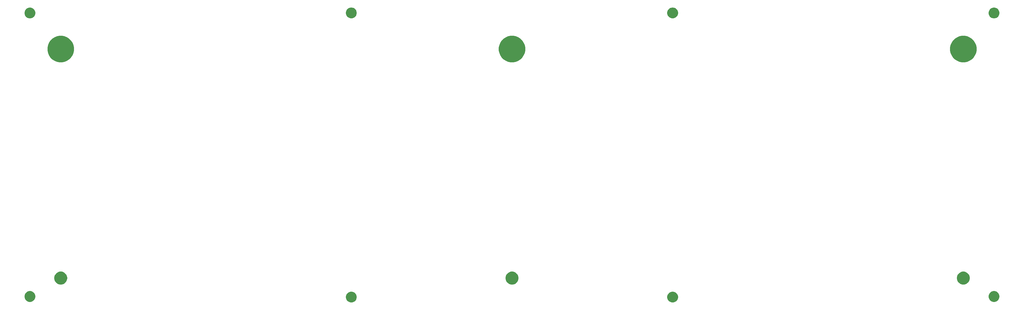
<source format=gbr>
%TF.GenerationSoftware,KiCad,Pcbnew,(5.1.6-0-10_14)*%
%TF.CreationDate,2021-09-05T18:40:08-05:00*%
%TF.ProjectId,EVO70_FR4_base,45564f37-305f-4465-9234-5f626173652e,rev?*%
%TF.SameCoordinates,Original*%
%TF.FileFunction,Soldermask,Top*%
%TF.FilePolarity,Negative*%
%FSLAX46Y46*%
G04 Gerber Fmt 4.6, Leading zero omitted, Abs format (unit mm)*
G04 Created by KiCad (PCBNEW (5.1.6-0-10_14)) date 2021-09-05 18:40:08*
%MOMM*%
%LPD*%
G01*
G04 APERTURE LIST*
%ADD10C,0.100000*%
G04 APERTURE END LIST*
D10*
G36*
X281201709Y-206226859D02*
G01*
X281565686Y-206377623D01*
X281893253Y-206596496D01*
X282171834Y-206875077D01*
X282390707Y-207202644D01*
X282541471Y-207566621D01*
X282618330Y-207953017D01*
X282618330Y-208346983D01*
X282541471Y-208733379D01*
X282390707Y-209097356D01*
X282171834Y-209424923D01*
X281893253Y-209703504D01*
X281565686Y-209922377D01*
X281201709Y-210073141D01*
X280815313Y-210150000D01*
X280421347Y-210150000D01*
X280034951Y-210073141D01*
X279670974Y-209922377D01*
X279343407Y-209703504D01*
X279064826Y-209424923D01*
X278845953Y-209097356D01*
X278695189Y-208733379D01*
X278618330Y-208346983D01*
X278618330Y-207953017D01*
X278695189Y-207566621D01*
X278845953Y-207202644D01*
X279064826Y-206875077D01*
X279343407Y-206596496D01*
X279670974Y-206377623D01*
X280034951Y-206226859D01*
X280421347Y-206150000D01*
X280815313Y-206150000D01*
X281201709Y-206226859D01*
G37*
G36*
X162805079Y-206226859D02*
G01*
X163169056Y-206377623D01*
X163496623Y-206596496D01*
X163775204Y-206875077D01*
X163994077Y-207202644D01*
X164144841Y-207566621D01*
X164221700Y-207953017D01*
X164221700Y-208346983D01*
X164144841Y-208733379D01*
X163994077Y-209097356D01*
X163775204Y-209424923D01*
X163496623Y-209703504D01*
X163169056Y-209922377D01*
X162805079Y-210073141D01*
X162418683Y-210150000D01*
X162024717Y-210150000D01*
X161638321Y-210073141D01*
X161274344Y-209922377D01*
X160946777Y-209703504D01*
X160668196Y-209424923D01*
X160449323Y-209097356D01*
X160298559Y-208733379D01*
X160221700Y-208346983D01*
X160221700Y-207953017D01*
X160298559Y-207566621D01*
X160449323Y-207202644D01*
X160668196Y-206875077D01*
X160946777Y-206596496D01*
X161274344Y-206377623D01*
X161638321Y-206226859D01*
X162024717Y-206150000D01*
X162418683Y-206150000D01*
X162805079Y-206226859D01*
G37*
G36*
X399598379Y-206016859D02*
G01*
X399962356Y-206167623D01*
X400289923Y-206386496D01*
X400568504Y-206665077D01*
X400787377Y-206992644D01*
X400938141Y-207356621D01*
X401015000Y-207743017D01*
X401015000Y-208136983D01*
X400938141Y-208523379D01*
X400787377Y-208887356D01*
X400568504Y-209214923D01*
X400289923Y-209493504D01*
X399962356Y-209712377D01*
X399598379Y-209863141D01*
X399211983Y-209940000D01*
X398818017Y-209940000D01*
X398431621Y-209863141D01*
X398067644Y-209712377D01*
X397740077Y-209493504D01*
X397461496Y-209214923D01*
X397242623Y-208887356D01*
X397091859Y-208523379D01*
X397015000Y-208136983D01*
X397015000Y-207743017D01*
X397091859Y-207356621D01*
X397242623Y-206992644D01*
X397461496Y-206665077D01*
X397740077Y-206386496D01*
X398067644Y-206167623D01*
X398431621Y-206016859D01*
X398818017Y-205940000D01*
X399211983Y-205940000D01*
X399598379Y-206016859D01*
G37*
G36*
X44408379Y-206016859D02*
G01*
X44772356Y-206167623D01*
X45099923Y-206386496D01*
X45378504Y-206665077D01*
X45597377Y-206992644D01*
X45748141Y-207356621D01*
X45825000Y-207743017D01*
X45825000Y-208136983D01*
X45748141Y-208523379D01*
X45597377Y-208887356D01*
X45378504Y-209214923D01*
X45099923Y-209493504D01*
X44772356Y-209712377D01*
X44408379Y-209863141D01*
X44021983Y-209940000D01*
X43628017Y-209940000D01*
X43241621Y-209863141D01*
X42877644Y-209712377D01*
X42550077Y-209493504D01*
X42271496Y-209214923D01*
X42052623Y-208887356D01*
X41901859Y-208523379D01*
X41825000Y-208136983D01*
X41825000Y-207743017D01*
X41901859Y-207356621D01*
X42052623Y-206992644D01*
X42271496Y-206665077D01*
X42550077Y-206386496D01*
X42877644Y-206167623D01*
X43241621Y-206016859D01*
X43628017Y-205940000D01*
X44021983Y-205940000D01*
X44408379Y-206016859D01*
G37*
G36*
X388405971Y-198829692D02*
G01*
X388840196Y-199009554D01*
X389230984Y-199270670D01*
X389563330Y-199603016D01*
X389824446Y-199993804D01*
X390004308Y-200428029D01*
X390096000Y-200888999D01*
X390096000Y-201359001D01*
X390004308Y-201819971D01*
X389824446Y-202254196D01*
X389563330Y-202644984D01*
X389230984Y-202977330D01*
X388840196Y-203238446D01*
X388405971Y-203418308D01*
X387945001Y-203510000D01*
X387474999Y-203510000D01*
X387014029Y-203418308D01*
X386579804Y-203238446D01*
X386189016Y-202977330D01*
X385856670Y-202644984D01*
X385595554Y-202254196D01*
X385415692Y-201819971D01*
X385324000Y-201359001D01*
X385324000Y-200888999D01*
X385415692Y-200428029D01*
X385595554Y-199993804D01*
X385856670Y-199603016D01*
X386189016Y-199270670D01*
X386579804Y-199009554D01*
X387014029Y-198829692D01*
X387474999Y-198738000D01*
X387945001Y-198738000D01*
X388405971Y-198829692D01*
G37*
G36*
X222139721Y-198829692D02*
G01*
X222573946Y-199009554D01*
X222964734Y-199270670D01*
X223297080Y-199603016D01*
X223558196Y-199993804D01*
X223738058Y-200428029D01*
X223829750Y-200888999D01*
X223829750Y-201359001D01*
X223738058Y-201819971D01*
X223558196Y-202254196D01*
X223297080Y-202644984D01*
X222964734Y-202977330D01*
X222573946Y-203238446D01*
X222139721Y-203418308D01*
X221678751Y-203510000D01*
X221208749Y-203510000D01*
X220747779Y-203418308D01*
X220313554Y-203238446D01*
X219922766Y-202977330D01*
X219590420Y-202644984D01*
X219329304Y-202254196D01*
X219149442Y-201819971D01*
X219057750Y-201359001D01*
X219057750Y-200888999D01*
X219149442Y-200428029D01*
X219329304Y-199993804D01*
X219590420Y-199603016D01*
X219922766Y-199270670D01*
X220313554Y-199009554D01*
X220747779Y-198829692D01*
X221208749Y-198738000D01*
X221678751Y-198738000D01*
X222139721Y-198829692D01*
G37*
G36*
X55873471Y-198829692D02*
G01*
X56307696Y-199009554D01*
X56698484Y-199270670D01*
X57030830Y-199603016D01*
X57291946Y-199993804D01*
X57471808Y-200428029D01*
X57563500Y-200888999D01*
X57563500Y-201359001D01*
X57471808Y-201819971D01*
X57291946Y-202254196D01*
X57030830Y-202644984D01*
X56698484Y-202977330D01*
X56307696Y-203238446D01*
X55873471Y-203418308D01*
X55412501Y-203510000D01*
X54942499Y-203510000D01*
X54481529Y-203418308D01*
X54047304Y-203238446D01*
X53656516Y-202977330D01*
X53324170Y-202644984D01*
X53063054Y-202254196D01*
X52883192Y-201819971D01*
X52791500Y-201359001D01*
X52791500Y-200888999D01*
X52883192Y-200428029D01*
X53063054Y-199993804D01*
X53324170Y-199603016D01*
X53656516Y-199270670D01*
X54047304Y-199009554D01*
X54481529Y-198829692D01*
X54942499Y-198738000D01*
X55412501Y-198738000D01*
X55873471Y-198829692D01*
G37*
G36*
X389139453Y-111778927D02*
G01*
X390031304Y-112148343D01*
X390833950Y-112684655D01*
X391516545Y-113367250D01*
X392052857Y-114169896D01*
X392422273Y-115061747D01*
X392610600Y-116008533D01*
X392610600Y-116973867D01*
X392422273Y-117920653D01*
X392052857Y-118812504D01*
X391516545Y-119615150D01*
X390833950Y-120297745D01*
X390031304Y-120834057D01*
X389139453Y-121203473D01*
X388192667Y-121391800D01*
X387227333Y-121391800D01*
X386280547Y-121203473D01*
X385388696Y-120834057D01*
X384586050Y-120297745D01*
X383903455Y-119615150D01*
X383367143Y-118812504D01*
X382997727Y-117920653D01*
X382809400Y-116973867D01*
X382809400Y-116008533D01*
X382997727Y-115061747D01*
X383367143Y-114169896D01*
X383903455Y-113367250D01*
X384586050Y-112684655D01*
X385388696Y-112148343D01*
X386280547Y-111778927D01*
X387227333Y-111590600D01*
X388192667Y-111590600D01*
X389139453Y-111778927D01*
G37*
G36*
X222873203Y-111778927D02*
G01*
X223765054Y-112148343D01*
X224567700Y-112684655D01*
X225250295Y-113367250D01*
X225786607Y-114169896D01*
X226156023Y-115061747D01*
X226344350Y-116008533D01*
X226344350Y-116973867D01*
X226156023Y-117920653D01*
X225786607Y-118812504D01*
X225250295Y-119615150D01*
X224567700Y-120297745D01*
X223765054Y-120834057D01*
X222873203Y-121203473D01*
X221926417Y-121391800D01*
X220961083Y-121391800D01*
X220014297Y-121203473D01*
X219122446Y-120834057D01*
X218319800Y-120297745D01*
X217637205Y-119615150D01*
X217100893Y-118812504D01*
X216731477Y-117920653D01*
X216543150Y-116973867D01*
X216543150Y-116008533D01*
X216731477Y-115061747D01*
X217100893Y-114169896D01*
X217637205Y-113367250D01*
X218319800Y-112684655D01*
X219122446Y-112148343D01*
X220014297Y-111778927D01*
X220961083Y-111590600D01*
X221926417Y-111590600D01*
X222873203Y-111778927D01*
G37*
G36*
X56606953Y-111778927D02*
G01*
X57498804Y-112148343D01*
X58301450Y-112684655D01*
X58984045Y-113367250D01*
X59520357Y-114169896D01*
X59889773Y-115061747D01*
X60078100Y-116008533D01*
X60078100Y-116973867D01*
X59889773Y-117920653D01*
X59520357Y-118812504D01*
X58984045Y-119615150D01*
X58301450Y-120297745D01*
X57498804Y-120834057D01*
X56606953Y-121203473D01*
X55660167Y-121391800D01*
X54694833Y-121391800D01*
X53748047Y-121203473D01*
X52856196Y-120834057D01*
X52053550Y-120297745D01*
X51370955Y-119615150D01*
X50834643Y-118812504D01*
X50465227Y-117920653D01*
X50276900Y-116973867D01*
X50276900Y-116008533D01*
X50465227Y-115061747D01*
X50834643Y-114169896D01*
X51370955Y-113367250D01*
X52053550Y-112684655D01*
X52856196Y-112148343D01*
X53748047Y-111778927D01*
X54694833Y-111590600D01*
X55660167Y-111590600D01*
X56606953Y-111778927D01*
G37*
G36*
X399598379Y-101256859D02*
G01*
X399962356Y-101407623D01*
X400289923Y-101626496D01*
X400568504Y-101905077D01*
X400787377Y-102232644D01*
X400938141Y-102596621D01*
X401015000Y-102983017D01*
X401015000Y-103376983D01*
X400938141Y-103763379D01*
X400787377Y-104127356D01*
X400568504Y-104454923D01*
X400289923Y-104733504D01*
X399962356Y-104952377D01*
X399598379Y-105103141D01*
X399211983Y-105180000D01*
X398818017Y-105180000D01*
X398431621Y-105103141D01*
X398067644Y-104952377D01*
X397740077Y-104733504D01*
X397461496Y-104454923D01*
X397242623Y-104127356D01*
X397091859Y-103763379D01*
X397015000Y-103376983D01*
X397015000Y-102983017D01*
X397091859Y-102596621D01*
X397242623Y-102232644D01*
X397461496Y-101905077D01*
X397740077Y-101626496D01*
X398067644Y-101407623D01*
X398431621Y-101256859D01*
X398818017Y-101180000D01*
X399211983Y-101180000D01*
X399598379Y-101256859D01*
G37*
G36*
X44408379Y-101256859D02*
G01*
X44772356Y-101407623D01*
X45099923Y-101626496D01*
X45378504Y-101905077D01*
X45597377Y-102232644D01*
X45748141Y-102596621D01*
X45825000Y-102983017D01*
X45825000Y-103376983D01*
X45748141Y-103763379D01*
X45597377Y-104127356D01*
X45378504Y-104454923D01*
X45099923Y-104733504D01*
X44772356Y-104952377D01*
X44408379Y-105103141D01*
X44021983Y-105180000D01*
X43628017Y-105180000D01*
X43241621Y-105103141D01*
X42877644Y-104952377D01*
X42550077Y-104733504D01*
X42271496Y-104454923D01*
X42052623Y-104127356D01*
X41901859Y-103763379D01*
X41825000Y-103376983D01*
X41825000Y-102983017D01*
X41901859Y-102596621D01*
X42052623Y-102232644D01*
X42271496Y-101905077D01*
X42550077Y-101626496D01*
X42877644Y-101407623D01*
X43241621Y-101256859D01*
X43628017Y-101180000D01*
X44021983Y-101180000D01*
X44408379Y-101256859D01*
G37*
G36*
X281201712Y-101226859D02*
G01*
X281565689Y-101377623D01*
X281893256Y-101596496D01*
X282171837Y-101875077D01*
X282390710Y-102202644D01*
X282541474Y-102566621D01*
X282618333Y-102953017D01*
X282618333Y-103346983D01*
X282541474Y-103733379D01*
X282390710Y-104097356D01*
X282171837Y-104424923D01*
X281893256Y-104703504D01*
X281565689Y-104922377D01*
X281201712Y-105073141D01*
X280815316Y-105150000D01*
X280421350Y-105150000D01*
X280034954Y-105073141D01*
X279670977Y-104922377D01*
X279343410Y-104703504D01*
X279064829Y-104424923D01*
X278845956Y-104097356D01*
X278695192Y-103733379D01*
X278618333Y-103346983D01*
X278618333Y-102953017D01*
X278695192Y-102566621D01*
X278845956Y-102202644D01*
X279064829Y-101875077D01*
X279343410Y-101596496D01*
X279670977Y-101377623D01*
X280034954Y-101226859D01*
X280421350Y-101150000D01*
X280815316Y-101150000D01*
X281201712Y-101226859D01*
G37*
G36*
X162805046Y-101226859D02*
G01*
X163169023Y-101377623D01*
X163496590Y-101596496D01*
X163775171Y-101875077D01*
X163994044Y-102202644D01*
X164144808Y-102566621D01*
X164221667Y-102953017D01*
X164221667Y-103346983D01*
X164144808Y-103733379D01*
X163994044Y-104097356D01*
X163775171Y-104424923D01*
X163496590Y-104703504D01*
X163169023Y-104922377D01*
X162805046Y-105073141D01*
X162418650Y-105150000D01*
X162024684Y-105150000D01*
X161638288Y-105073141D01*
X161274311Y-104922377D01*
X160946744Y-104703504D01*
X160668163Y-104424923D01*
X160449290Y-104097356D01*
X160298526Y-103733379D01*
X160221667Y-103346983D01*
X160221667Y-102953017D01*
X160298526Y-102566621D01*
X160449290Y-102202644D01*
X160668163Y-101875077D01*
X160946744Y-101596496D01*
X161274311Y-101377623D01*
X161638288Y-101226859D01*
X162024684Y-101150000D01*
X162418650Y-101150000D01*
X162805046Y-101226859D01*
G37*
M02*

</source>
